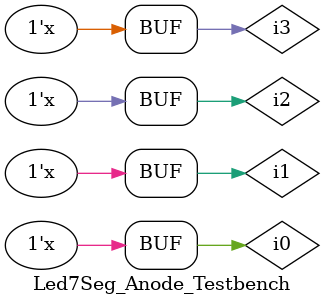
<source format=v>
`timescale 1ns / 1ps


module Led7Seg_Anode_Testbench;

	// Inputs
	reg i3;
	reg i2;
	reg i1;
	reg i0;

	// Outputs
	wire la;
	wire lb;
	wire lc;
	wire ld;
	wire le;
	wire lf;
	wire lg;

	// Instantiate the Unit Under Test (UUT)
	Led7SegAnode uut (
		.i3(i3), 
		.i2(i2), 
		.i1(i1), 
		.i0(i0), 
		.la(la), 
		.lb(lb), 
		.lc(lc), 
		.ld(ld), 
		.le(le), 
		.lf(lf), 
		.lg(lg)
	);

	initial begin
		// Initialize Inputs
		i3 = 0;
		i2 = 0;
		i1 = 0;
		i0 = 0;

		// Wait 100 ns for global reset to finish
		#100;
        
		// Add stimulus here

	end
            always
		begin
			i3 = ~i3;
			#20;
		end
		always
		begin
			i2 = ~i2;
			#40;
		end
		always
		begin
			i1 = ~i1;
			#80;
		end
		always
		begin
			i0 = ~i0;
			#160;
		end
endmodule


</source>
